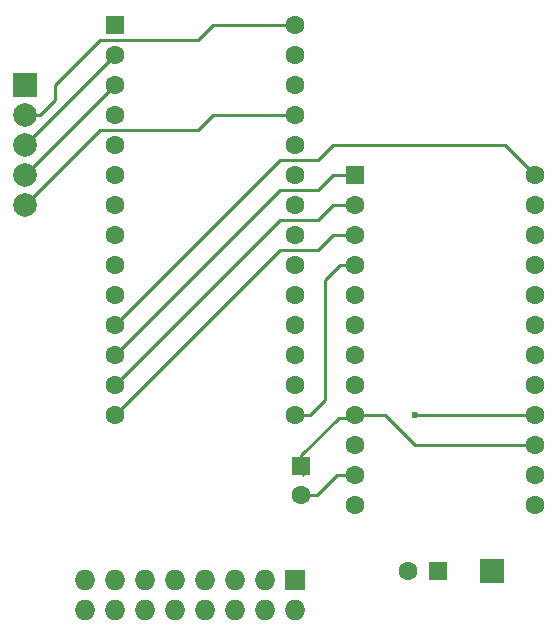
<source format=gbl>
%TF.GenerationSoftware,KiCad,Pcbnew,4.0.7*%
%TF.CreationDate,2017-09-16T19:45:42+02:00*%
%TF.ProjectId,ti99-usb-key,746939392D7573622D6B65792E6B6963,3.0*%
%TF.FileFunction,Copper,L2,Bot,Signal*%
%FSLAX46Y46*%
G04 Gerber Fmt 4.6, Leading zero omitted, Abs format (unit mm)*
G04 Created by KiCad (PCBNEW 4.0.7) date 09/16/17 19:45:42*
%MOMM*%
%LPD*%
G01*
G04 APERTURE LIST*
%ADD10C,0.101600*%
%ADD11C,1.600000*%
%ADD12R,1.600000X1.600000*%
%ADD13R,1.727200X1.727200*%
%ADD14O,1.727200X1.727200*%
%ADD15R,2.000000X2.000000*%
%ADD16C,2.000000*%
%ADD17C,0.600000*%
%ADD18C,0.250000*%
G04 APERTURE END LIST*
D10*
D11*
X25400000Y20320000D03*
X10160000Y20320000D03*
X25400000Y22860000D03*
X25400000Y25400000D03*
X25400000Y27940000D03*
X25400000Y30480000D03*
X25400000Y33020000D03*
X25400000Y35560000D03*
X25400000Y38100000D03*
X25400000Y40640000D03*
X25400000Y43180000D03*
X25400000Y45720000D03*
X25400000Y48260000D03*
X25400000Y50800000D03*
X25400000Y53340000D03*
X10160000Y22860000D03*
X10160000Y25400000D03*
X10160000Y27940000D03*
X10160000Y30480000D03*
X10160000Y33020000D03*
X10160000Y35560000D03*
X10160000Y38100000D03*
X10160000Y40640000D03*
X10160000Y43180000D03*
X10160000Y45720000D03*
X10160000Y48260000D03*
X10160000Y50800000D03*
D12*
X10160000Y53340000D03*
D13*
X25400000Y6350000D03*
D14*
X25400000Y3810000D03*
X22860000Y6350000D03*
X22860000Y3810000D03*
X20320000Y6350000D03*
X20320000Y3810000D03*
X17780000Y6350000D03*
X17780000Y3810000D03*
X15240000Y6350000D03*
X15240000Y3810000D03*
X12700000Y6350000D03*
X12700000Y3810000D03*
X10160000Y6350000D03*
X10160000Y3810000D03*
X7620000Y6350000D03*
X7620000Y3810000D03*
D15*
X2540000Y48260000D03*
D16*
X2540000Y45720000D03*
X2540000Y43180000D03*
X2540000Y40640000D03*
X2540000Y38100000D03*
D12*
X30480000Y40640000D03*
D11*
X30480000Y38100000D03*
X30480000Y35560000D03*
X30480000Y33020000D03*
X30480000Y30480000D03*
X30480000Y27940000D03*
X30480000Y25400000D03*
X30480000Y22860000D03*
X30480000Y20320000D03*
X30480000Y17780000D03*
X30480000Y15240000D03*
X30480000Y12700000D03*
X45720000Y12700000D03*
X45720000Y15240000D03*
X45720000Y17780000D03*
X45720000Y20320000D03*
X45720000Y22860000D03*
X45720000Y25400000D03*
X45720000Y27940000D03*
X45720000Y30480000D03*
X45720000Y33020000D03*
X45720000Y35560000D03*
X45720000Y38100000D03*
X45720000Y40640000D03*
D12*
X37465000Y7112000D03*
D11*
X34965000Y7112000D03*
D12*
X25908000Y16002000D03*
D11*
X25908000Y13502000D03*
D15*
X42037000Y7112000D03*
D17*
X35560000Y20320000D03*
D18*
X25400000Y53340000D02*
X18415000Y53340000D01*
X3810000Y45720000D02*
X2540000Y45720000D01*
X5080000Y46990000D02*
X3810000Y45720000D01*
X5080000Y48260000D02*
X5080000Y46990000D01*
X8890000Y52070000D02*
X5080000Y48260000D01*
X17145000Y52070000D02*
X8890000Y52070000D01*
X18415000Y53340000D02*
X17145000Y52070000D01*
X30480000Y15240000D02*
X28956000Y15240000D01*
X27218000Y13502000D02*
X25908000Y13502000D01*
X28956000Y15240000D02*
X27218000Y13502000D01*
X35560000Y20320000D02*
X45720000Y20320000D01*
X25400000Y45720000D02*
X18415000Y45720000D01*
X8890000Y44450000D02*
X17145000Y44450000D01*
X17145000Y44450000D02*
X18415000Y45720000D01*
X8890000Y44450000D02*
X2540000Y38100000D01*
X10160000Y27940000D02*
X24130000Y41910000D01*
X43180000Y43180000D02*
X45720000Y40640000D01*
X28575000Y43180000D02*
X43180000Y43180000D01*
X27305000Y41910000D02*
X28575000Y43180000D01*
X24130000Y41910000D02*
X27305000Y41910000D01*
X10160000Y48260000D02*
X2540000Y40640000D01*
X10160000Y50800000D02*
X2540000Y43180000D01*
X25400000Y20320000D02*
X26670000Y20320000D01*
X29210000Y33020000D02*
X27940000Y31750000D01*
X27940000Y31750000D02*
X27940000Y21590000D01*
X27940000Y21590000D02*
X26670000Y20320000D01*
X29210000Y33020000D02*
X30480000Y33020000D01*
X27305000Y34290000D02*
X28575000Y35560000D01*
X28575000Y35560000D02*
X30480000Y35560000D01*
X27305000Y34290000D02*
X24130000Y34290000D01*
X24130000Y34290000D02*
X10160000Y20320000D01*
X26075000Y15240000D02*
X26035000Y15200000D01*
X30226000Y20066000D02*
X29083000Y20066000D01*
X25908000Y16891000D02*
X29083000Y20066000D01*
X25908000Y16891000D02*
X25908000Y16002000D01*
X30226000Y20066000D02*
X30480000Y20320000D01*
X33020000Y20320000D02*
X35560000Y17780000D01*
X35560000Y17780000D02*
X39370000Y17780000D01*
X45720000Y17780000D02*
X39370000Y17780000D01*
X33020000Y20320000D02*
X30480000Y20320000D01*
X30480000Y38100000D02*
X28575000Y38100000D01*
X27305000Y36830000D02*
X28575000Y38100000D01*
X24130000Y36830000D02*
X10160000Y22860000D01*
X24130000Y36830000D02*
X27305000Y36830000D01*
X30480000Y40640000D02*
X28575000Y40640000D01*
X27305000Y39370000D02*
X28575000Y40640000D01*
X24130000Y39370000D02*
X10160000Y25400000D01*
X24130000Y39370000D02*
X27305000Y39370000D01*
M02*

</source>
